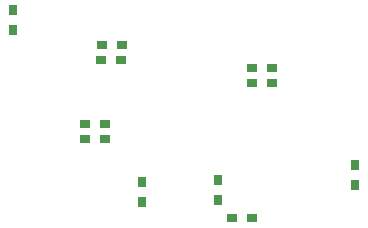
<source format=gbr>
G04 DipTrace 3.2.0.0*
G04 gimbalboard2_BottomPaste.gbr*
%MOMM*%
G04 #@! TF.FileFunction,Paste,Bot*
G04 #@! TF.Part,Single*
%ADD87R,0.8X0.9*%
%ADD89R,0.9X0.8*%
%FSLAX35Y35*%
G04*
G71*
G90*
G75*
G01*
G04 BotPaste*
%LPD*%
D89*
X-3365500Y158750D3*
X-3535500D3*
X-3376750Y31750D3*
X-3546750D3*
D87*
X-3200000Y-1000000D3*
Y-1170000D3*
D89*
X-2095500Y-31750D3*
X-2265500D3*
X-2095500Y-158750D3*
X-2265500D3*
D87*
X-2555000Y-985000D3*
Y-1155000D3*
D89*
X-3683000Y-508000D3*
X-3513000D3*
X-3683000Y-635000D3*
X-3513000D3*
D87*
X-4286250Y285750D3*
Y455750D3*
D89*
X-2439000Y-1302000D3*
X-2269000D3*
D87*
X-1397000Y-857250D3*
Y-1027250D3*
M02*

</source>
